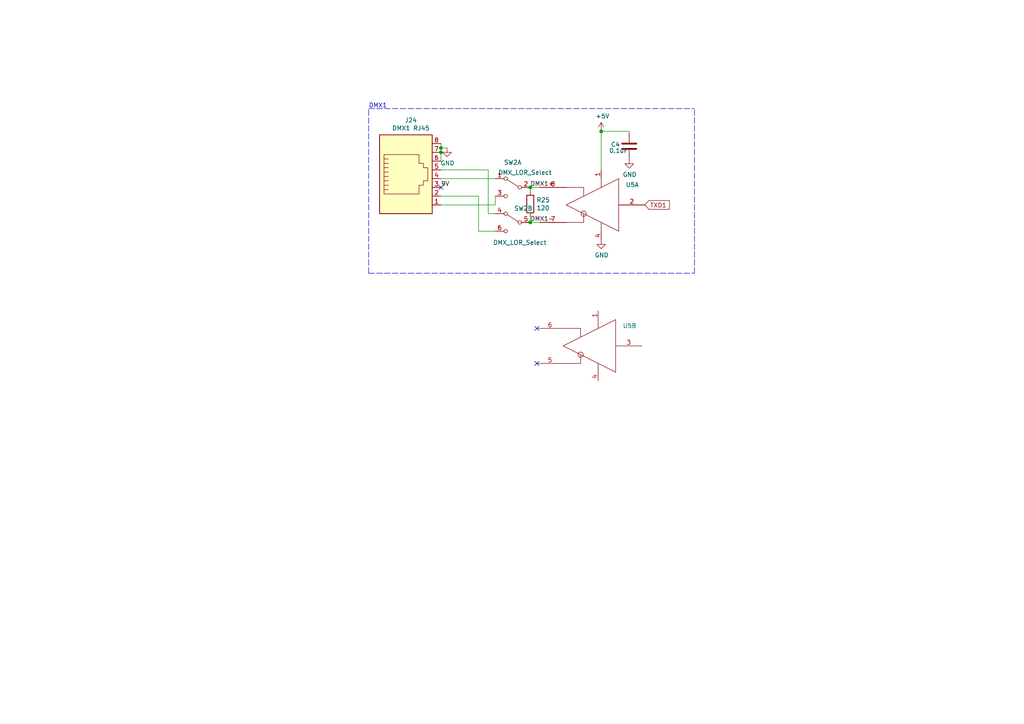
<source format=kicad_sch>
(kicad_sch (version 20211123) (generator eeschema)
  (paper "A4")
  (title_block (title "The Owl - RPI Cape 16ch Pixel Controller") (date "2022-04-04") (company "OnlineDynamic"))
  (lib_symbols
    (symbol "Connector:RJ45" (pin_names (offset 1.016))
      (property "Reference" "J" (at -5.08 13.97 0))
      (property "Value" "RJ45" (at 2.54 13.97 0))
      (symbol "RJ45_0_1"
        (polyline (pts (xy -5.08 4.445) (xy -6.35 4.445)))
        (polyline (pts (xy -5.08 5.715) (xy -6.35 5.715)))
        (polyline (pts (xy -6.35 -3.175) (xy -5.08 -3.175) (xy -5.08 -3.175)))
        (polyline (pts (xy -6.35 -1.905) (xy -5.08 -1.905) (xy -5.08 -1.905)))
        (polyline (pts (xy -6.35 -0.635) (xy -5.08 -0.635) (xy -5.08 -0.635)))
        (polyline (pts (xy -6.35 0.635) (xy -5.08 0.635) (xy -5.08 0.635)))
        (polyline (pts (xy -6.35 1.905) (xy -5.08 1.905) (xy -5.08 1.905)))
        (polyline (pts (xy -5.08 3.175) (xy -6.35 3.175) (xy -6.35 3.175)))
        (polyline (pts (xy -6.35 -4.445) (xy -6.35 6.985) (xy 3.81 6.985) (xy 3.81 4.445) (xy 5.08 4.445) (xy 5.08 3.175) (xy 6.35 3.175) (xy 6.35 -0.635) (xy 5.08 -0.635) (xy 5.08 -1.905) (xy 3.81 -1.905) (xy 3.81 -4.445) (xy -6.35 -4.445) (xy -6.35 -4.445)))
        (rectangle (start 7.62 12.7) (end -7.62 -10.16) (stroke (width 0.254)) (fill (type background)))
      )
      (symbol "RJ45_1_1"
        (pin passive line (at 10.16 -7.62 180) (length 2.54) (name "~") (number "1"))
        (pin passive line (at 10.16 -5.08 180) (length 2.54) (name "~") (number "2"))
        (pin passive line (at 10.16 -2.54 180) (length 2.54) (name "~") (number "3"))
        (pin passive line (at 10.16 0 180) (length 2.54) (name "~") (number "4"))
        (pin passive line (at 10.16 2.54 180) (length 2.54) (name "~") (number "5"))
        (pin passive line (at 10.16 5.08 180) (length 2.54) (name "~") (number "6"))
        (pin passive line (at 10.16 7.62 180) (length 2.54) (name "~") (number "7"))
        (pin passive line (at 10.16 10.16 180) (length 2.54) (name "~") (number "8"))
      )
    )
    (symbol "Interface_LineDriver:UA9638CP" (pin_names (offset 1.016) hide)
      (property "Reference" "U" (at -7.62 10.16 0))
      (property "Value" "UA9638CP" (at 2.54 7.62 0))
      (symbol "UA9638CP_0_1"
        (polyline (pts (xy -7.62 5.08) (xy -7.62 -7.62)))
        (polyline (pts (xy -7.62 5.08) (xy -7.62 7.62)))
        (polyline (pts (xy -7.62 7.62) (xy 7.62 0)))
        (polyline (pts (xy -2.54 -5.08) (xy -2.54 -7.62)))
        (polyline (pts (xy -2.54 5.08) (xy -2.54 7.62)))
        (polyline (pts (xy 2.54 -5.08) (xy 7.62 -5.08)))
        (polyline (pts (xy 2.54 -2.54) (xy 2.54 -5.08)))
        (polyline (pts (xy 2.54 5.08) (xy 2.54 2.54)))
        (polyline (pts (xy 7.62 0) (xy -7.62 -7.62)))
        (polyline (pts (xy 7.62 5.08) (xy 2.54 5.08)))
        (circle (center 2.54 -2.54) (radius 0.762))
      )
      (symbol "UA9638CP_1_1"
        (pin power_in line (at -2.54 10.16 270) (length 2.54) (name "VCC") (number "1"))
        (pin input line (at -15.24 0 0) (length 7.62) (name "IN") (number "2"))
        (pin power_in line (at -2.54 -10.16 90) (length 2.54) (name "GND") (number "4"))
        (pin output line (at 15.24 -5.08 180) (length 7.62) (name "OUTA") (number "7"))
        (pin output line (at 15.24 5.08 180) (length 7.62) (name "OUTB") (number "8"))
      )
      (symbol "UA9638CP_2_1"
        (pin power_in line (at -2.54 10.16 270) (length 2.54) (name "VCC") (number "1"))
        (pin input line (at -15.24 0 0) (length 7.62) (name "IN") (number "3"))
        (pin power_in line (at -2.54 -10.16 90) (length 2.54) (name "GND") (number "4"))
        (pin output line (at 15.24 -5.08 180) (length 7.62) (name "OUTA") (number "5"))
        (pin output line (at 15.24 5.08 180) (length 7.62) (name "OUTB") (number "6"))
      )
    )
    (symbol "PB_16-rescue:C-Device" (pin_numbers hide) (pin_names (offset 0.254))
      (property "Reference" "C" (at 0.635 2.54 0))
      (property "Value" "C-Device" (at 0.635 -2.54 0))
      (symbol "C-Device_0_1"
        (polyline (pts (xy -2.032 -0.762) (xy 2.032 -0.762)) (stroke (width 0.508)))
        (polyline (pts (xy -2.032 0.762) (xy 2.032 0.762)) (stroke (width 0.508)))
      )
      (symbol "C-Device_1_1"
        (pin passive line (at 0 3.81 270) (length 2.794) (name "~") (number "1"))
        (pin passive line (at 0 -3.81 90) (length 2.794) (name "~") (number "2"))
      )
    )
    (symbol "PB_16-rescue:R-Device" (pin_numbers hide) (pin_names (offset 0))
      (property "Reference" "R" (at 2.032 0 90))
      (property "Value" "R-Device" (at 0 0 90))
      (symbol "R-Device_0_1"
        (rectangle (start -1.016 -2.54) (end 1.016 2.54) (stroke (width 0.254)))
      )
      (symbol "R-Device_1_1"
        (pin passive line (at 0 3.81 270) (length 1.27) (name "~") (number "1"))
        (pin passive line (at 0 -3.81 90) (length 1.27) (name "~") (number "2"))
      )
    )
    (symbol "Switch:SW_DPDT_x2" (pin_names (offset 0) hide)
      (property "Reference" "SW" (at 0 4.318 0))
      (property "Value" "SW_DPDT_x2" (at 0 -5.08 0))
      (symbol "SW_DPDT_x2_0_0"
        (circle (center -2.032 0) (radius 0.508))
        (circle (center 2.032 -2.54) (radius 0.508))
      )
      (symbol "SW_DPDT_x2_0_1"
        (polyline (pts (xy -1.524 0.254) (xy 1.651 2.286)))
        (circle (center 2.032 2.54) (radius 0.508))
      )
      (symbol "SW_DPDT_x2_1_1"
        (pin passive line (at 5.08 2.54 180) (length 2.54) (name "A") (number "1"))
        (pin passive line (at -5.08 0 0) (length 2.54) (name "B") (number "2"))
        (pin passive line (at 5.08 -2.54 180) (length 2.54) (name "C") (number "3"))
      )
      (symbol "SW_DPDT_x2_2_1"
        (pin passive line (at 5.08 2.54 180) (length 2.54) (name "A") (number "4"))
        (pin passive line (at -5.08 0 0) (length 2.54) (name "B") (number "5"))
        (pin passive line (at 5.08 -2.54 180) (length 2.54) (name "C") (number "6"))
      )
    )
    (symbol "power:+5V" (power) (pin_names (offset 0))
      (property "Value" "+5V" (at 0 3.556 0))
      (symbol "+5V_0_1"
        (polyline (pts (xy -0.762 1.27) (xy 0 2.54)))
        (polyline (pts (xy 0 0) (xy 0 2.54)))
        (polyline (pts (xy 0 2.54) (xy 0.762 1.27)))
      )
      (symbol "+5V_1_1"
        (pin power_in line (at 0 0 90) (length 0) hide (name "+5V") (number "1"))
      )
    )
    (symbol "power:GND" (power) (pin_names (offset 0))
      (property "Value" "GND" (at 0 -3.81 0))
      (symbol "GND_0_1"
        (polyline (pts (xy 0 0) (xy 0 -1.27) (xy 1.27 -1.27) (xy 0 -2.54) (xy -1.27 -1.27) (xy 0 -1.27)))
      )
      (symbol "GND_1_1"
        (pin power_in line (at 0 0 270) (length 0) hide (name "GND") (number "1"))
      )
    )
  )
  (junction (at 127.889 42.926))
  (junction (at 174.371 38.1))
  (junction (at 127.889 44.196))
  (junction (at 153.797 64.516))
  (junction (at 153.797 54.356))
  (no_connect (at 127.889 54.356))
  (no_connect (at 155.702 95.25))
  (no_connect (at 155.702 105.41))
  (wire (pts (xy 174.371 38.1) (xy 182.499 38.1)))
  (wire (pts (xy 127.889 59.436) (xy 143.637 59.436)))
  (wire (pts (xy 127.889 49.276) (xy 141.605 49.276)))
  (wire (pts (xy 143.637 56.896) (xy 143.637 59.436)))
  (wire (pts (xy 143.637 67.056) (xy 138.811 67.056)))
  (polyline (pts (xy 106.934 79.248) (xy 201.422 79.248)))
  (wire (pts (xy 141.605 49.276) (xy 141.605 61.976)))
  (wire (pts (xy 174.371 49.276) (xy 174.371 38.1)))
  (polyline (pts (xy 106.934 79.248) (xy 106.934 31.496)))
  (wire (pts (xy 153.797 64.516) (xy 156.591 64.516)))
  (wire (pts (xy 156.591 54.356) (xy 153.797 54.356)))
  (polyline (pts (xy 106.934 31.496) (xy 201.422 31.496)))
  (wire (pts (xy 153.797 62.992) (xy 153.797 64.516)))
  (wire (pts (xy 153.797 54.356) (xy 153.797 55.372)))
  (wire (pts (xy 138.811 56.896) (xy 138.811 67.056)))
  (wire (pts (xy 127.889 46.736) (xy 127.889 44.196)))
  (wire (pts (xy 127.889 41.656) (xy 127.889 42.926)))
  (wire (pts (xy 127.889 51.816) (xy 143.637 51.816)))
  (wire (pts (xy 127.889 56.896) (xy 138.811 56.896)))
  (polyline (pts (xy 201.422 79.248) (xy 201.422 31.496)))
  (wire (pts (xy 129.667 42.926) (xy 127.889 42.926)))
  (wire (pts (xy 143.637 61.976) (xy 141.605 61.976)))
  (wire (pts (xy 127.889 42.926) (xy 127.889 44.196)))
  (wire (pts (xy 182.499 38.1) (xy 182.499 38.608)))
  (text "DMX1" (at 106.934 31.496 0) (effects (font (size 1.27 1.27)) (justify left bottom)))
  (label "9V" (at 127.889 54.356 0))
  (label "DMX1+" (at 153.797 54.356 0))
  (label "DMX1-" (at 153.797 64.516 0))
  (global_label "TXD1" (shape input) (at 187.071 59.436 0) (property "Intersheet References" "${INTERSHEET_REFS}" (effects hide)))
  (symbol (lib_id "power:GND") (at 182.499 46.228 0) (unit 1)
    (property "Reference" "#PWR040" (effects hide))
    (property "Value" "GND" (at 182.626 50.6222 0))
  )
  (symbol (lib_id "PB_16-rescue:C-Device") (at 182.499 42.418 0) (unit 1)
    (property "Reference" "C4" (at 177.165 41.91 0) (effects (justify left)))
    (property "Value" "0.1uF" (at 176.657 43.688 0) (effects (justify left)))
    (property "Footprint" "Capacitor_THT:C_Rect_L7.0mm_W2.0mm_P5.00mm" (effects hide))
    (property "Digi-Key_PN" "478-7336-1-ND" (effects hide))
    (property "MPN" "SR215C104KARTR1" (effects hide))
  )
  (symbol (lib_id "Switch:SW_DPDT_x2") (at 148.717 54.356 0) (mirror y) (unit 1)
    (property "Reference" "SW2" (at 148.717 47.117 0))
    (property "Value" "DMX_LOR_Select" (at 152.273 50.038 0))
    (property "Footprint" "Button_Switch_THT:SW_CuK_JS202011CQN_DPDT_Straight" (effects hide))
    (property "Digi-Key_PN" "401-2001-ND" (effects hide))
    (property "MPN" "JS202011CQN" (effects hide))
  )
  (symbol (lib_id "power:GND") (at 174.371 69.596 0) (unit 1)
    (property "Reference" "#PWR039" (effects hide))
    (property "Value" "GND" (at 174.498 73.9902 0))
  )
  (symbol (lib_id "PB_16-rescue:R-Device") (at 153.797 59.182 0) (unit 1)
    (property "Reference" "R25" (at 155.575 58.0136 0) (effects (justify left)))
    (property "Value" "120" (at 155.575 60.325 0) (effects (justify left)))
    (property "Footprint" "Resistor_THT:R_Axial_DIN0207_L6.3mm_D2.5mm_P7.62mm_Horizontal" (effects hide))
    (property "Digi-Key_PN" "CF14JT120RCT-ND" (effects hide))
    (property "MPN" "CF14JT120R" (effects hide))
  )
  (symbol (lib_id "Switch:SW_DPDT_x2") (at 148.717 64.516 0) (mirror y) (unit 2)
    (property "Reference" "SW2" (at 151.765 60.452 0))
    (property "Value" "DMX_LOR_Select" (at 150.749 70.358 0))
    (property "Footprint" "Button_Switch_THT:SW_CuK_JS202011CQN_DPDT_Straight" (effects hide))
    (property "Digi-Key_PN" "401-2001-ND" (effects hide))
    (property "MPN" "JS202011CQN" (effects hide))
  )
  (symbol (lib_id "Connector:RJ45") (at 117.729 51.816 0) (unit 1)
    (property "Reference" "J24" (at 119.1768 34.8742 0))
    (property "Value" "DMX1 RJ45" (at 119.1768 37.1856 0))
    (property "Footprint" "Connector_RJ:RJ45_Amphenol_54602-x08_Horizontal" (effects hide))
    (property "Digi-Key_PN" "AE10392-ND" (effects hide))
    (property "MPN" "A-2014-2-4-R" (effects hide))
  )
  (symbol (lib_id "Interface_LineDriver:UA9638CP") (at 170.942 100.33 0) (mirror y) (unit 2)
    (property "Reference" "U5" (at 180.594 94.488 0) (effects (justify right)))
    (property "Datasheet" "http://www.ti.com/lit/ds/symlink/ua9638.pdf" (effects hide))
    (property "Digi-Key_PN" "296-15059-5-ND" (effects hide))
    (property "MPN" "UA9638CP" (effects hide))
  )
  (symbol (lib_id "Interface_LineDriver:UA9638CP") (at 171.831 59.436 0) (mirror y) (unit 1)
    (property "Reference" "U5" (at 181.483 53.594 0) (effects (justify right)))
    (property "Datasheet" "http://www.ti.com/lit/ds/symlink/ua9638.pdf" (effects hide))
    (property "Digi-Key_PN" "296-15059-5-ND" (effects hide))
    (property "MPN" "UA9638CP" (effects hide))
  )
  (symbol (lib_id "power:+5V") (at 174.371 38.1 0) (unit 1)
    (property "Reference" "#PWR038" (effects hide))
    (property "Value" "+5V" (at 174.752 33.7058 0))
  )
  (symbol (lib_id "power:GND") (at 129.667 42.926 0) (unit 1)
    (property "Reference" "#PWR014" (effects hide))
    (property "Value" "GND" (at 129.794 47.3202 0))
  )
)
</source>
